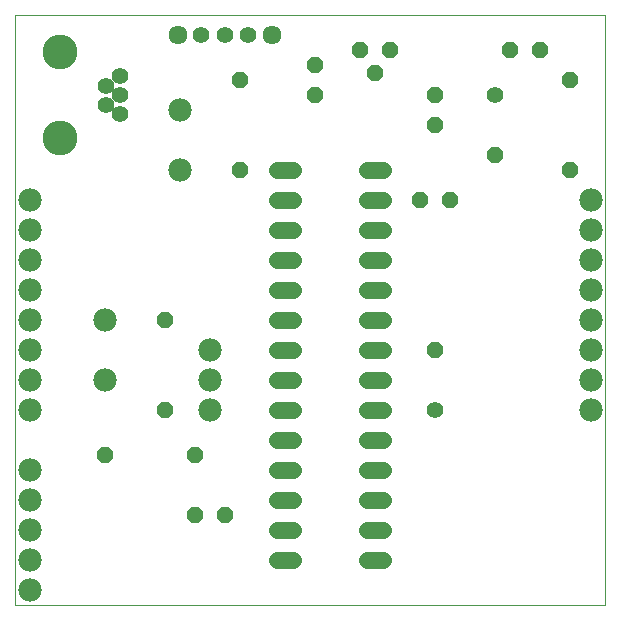
<source format=gbs>
G75*
%MOIN*%
%OFA0B0*%
%FSLAX25Y25*%
%IPPOS*%
%LPD*%
%AMOC8*
5,1,8,0,0,1.08239X$1,22.5*
%
%ADD10C,0.00000*%
%ADD11OC8,0.05600*%
%ADD12C,0.05600*%
%ADD13C,0.05550*%
%ADD14C,0.11620*%
%ADD15C,0.07800*%
%ADD16C,0.05600*%
%ADD17C,0.06337*%
D10*
X0001800Y0003333D02*
X0001800Y0200184D01*
X0198650Y0200184D01*
X0198650Y0003333D01*
X0001800Y0003333D01*
D11*
X0031800Y0053333D03*
X0051800Y0068333D03*
X0061800Y0053333D03*
X0061800Y0033333D03*
X0071800Y0033333D03*
X0051800Y0098333D03*
X0076800Y0148333D03*
X0101800Y0173333D03*
X0101800Y0183333D03*
X0116800Y0188333D03*
X0121800Y0180833D03*
X0126800Y0188333D03*
X0141800Y0173333D03*
X0141800Y0163333D03*
X0161800Y0153333D03*
X0146800Y0138333D03*
X0136800Y0138333D03*
X0141800Y0088333D03*
X0186800Y0148333D03*
X0186800Y0178333D03*
X0176800Y0188333D03*
X0166800Y0188333D03*
X0076800Y0178333D03*
D12*
X0161800Y0173333D03*
X0141800Y0068333D03*
D13*
X0036879Y0167034D03*
X0032154Y0170184D03*
X0036879Y0173333D03*
X0032154Y0176483D03*
X0036879Y0179633D03*
X0063926Y0193333D03*
X0071800Y0193333D03*
X0079674Y0193333D03*
D14*
X0016800Y0187703D03*
X0016800Y0158963D03*
D15*
X0006800Y0138333D03*
X0006800Y0128333D03*
X0006800Y0118333D03*
X0006800Y0108333D03*
X0006800Y0098333D03*
X0006800Y0088333D03*
X0006800Y0078333D03*
X0006800Y0068333D03*
X0006800Y0048333D03*
X0006800Y0038333D03*
X0006800Y0028333D03*
X0006800Y0018333D03*
X0006800Y0008333D03*
X0066800Y0068333D03*
X0066800Y0068333D03*
X0066800Y0078333D03*
X0066800Y0088333D03*
X0031800Y0078333D03*
X0031800Y0098333D03*
X0056800Y0148333D03*
X0056800Y0168333D03*
X0193800Y0138333D03*
X0193800Y0128333D03*
X0193800Y0118333D03*
X0193800Y0108333D03*
X0193800Y0098333D03*
X0193800Y0088333D03*
X0193800Y0078333D03*
X0193800Y0068333D03*
D16*
X0124400Y0068333D02*
X0119200Y0068333D01*
X0119200Y0058333D02*
X0124400Y0058333D01*
X0124400Y0048333D02*
X0119200Y0048333D01*
X0119200Y0038333D02*
X0124400Y0038333D01*
X0124400Y0028333D02*
X0119200Y0028333D01*
X0119200Y0018333D02*
X0124400Y0018333D01*
X0094400Y0018333D02*
X0089200Y0018333D01*
X0089200Y0028333D02*
X0094400Y0028333D01*
X0094400Y0038333D02*
X0089200Y0038333D01*
X0089200Y0048333D02*
X0094400Y0048333D01*
X0094400Y0058333D02*
X0089200Y0058333D01*
X0089200Y0068333D02*
X0094400Y0068333D01*
X0094400Y0078333D02*
X0089200Y0078333D01*
X0089200Y0088333D02*
X0094400Y0088333D01*
X0094400Y0098333D02*
X0089200Y0098333D01*
X0089200Y0108333D02*
X0094400Y0108333D01*
X0094400Y0118333D02*
X0089200Y0118333D01*
X0089200Y0128333D02*
X0094400Y0128333D01*
X0094400Y0138333D02*
X0089200Y0138333D01*
X0089200Y0148333D02*
X0094400Y0148333D01*
X0119200Y0148333D02*
X0124400Y0148333D01*
X0124400Y0138333D02*
X0119200Y0138333D01*
X0119200Y0128333D02*
X0124400Y0128333D01*
X0124400Y0118333D02*
X0119200Y0118333D01*
X0119200Y0108333D02*
X0124400Y0108333D01*
X0124400Y0098333D02*
X0119200Y0098333D01*
X0119200Y0088333D02*
X0124400Y0088333D01*
X0124400Y0078333D02*
X0119200Y0078333D01*
D17*
X0087548Y0193333D03*
X0056052Y0193333D03*
M02*

</source>
